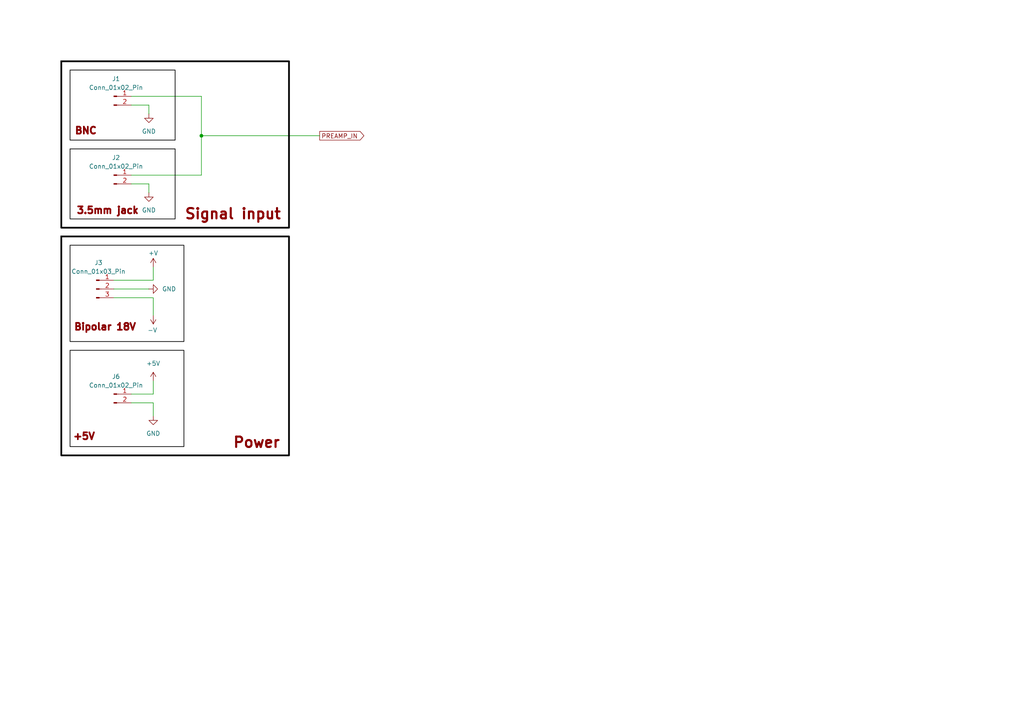
<source format=kicad_sch>
(kicad_sch (version 20231120) (generator "eeschema") (generator_version "8.0")
  (paper "A4")
  (title_block (title "Preamplifier gain"))
  (lib_symbols
    (symbol "Connector:Conn_01x02_Pin" (pin_names (offset 1.016) hide)
      (property "Reference" "J" (at 0 2.54 0))
      (property "Value" "Conn_01x02_Pin" (at 0 -5.08 0))
      (symbol "Conn_01x02_Pin_1_1"
        (polyline (pts (xy 1.27 -2.54) (xy 0.8636 -2.54)) (stroke (width 0.1524)))
        (polyline (pts (xy 1.27 0) (xy 0.8636 0)) (stroke (width 0.1524)))
        (rectangle (start 0.8636 -2.413) (end 0 -2.667) (stroke (width 0.1524)) (fill (type outline)))
        (rectangle (start 0.8636 0.127) (end 0 -0.127) (stroke (width 0.1524)) (fill (type outline)))
        (pin passive line (at 5.08 0 180) (length 3.81) (name "Pin_1") (number "1"))
        (pin passive line (at 5.08 -2.54 180) (length 3.81) (name "Pin_2") (number "2"))
      )
    )
    (symbol "Connector:Conn_01x03_Pin" (pin_names (offset 1.016) hide)
      (property "Reference" "J" (at 0 5.08 0))
      (property "Value" "Conn_01x03_Pin" (at 0 -5.08 0))
      (symbol "Conn_01x03_Pin_1_1"
        (polyline (pts (xy 1.27 -2.54) (xy 0.8636 -2.54)) (stroke (width 0.1524)))
        (polyline (pts (xy 1.27 0) (xy 0.8636 0)) (stroke (width 0.1524)))
        (polyline (pts (xy 1.27 2.54) (xy 0.8636 2.54)) (stroke (width 0.1524)))
        (rectangle (start 0.8636 -2.413) (end 0 -2.667) (stroke (width 0.1524)) (fill (type outline)))
        (rectangle (start 0.8636 0.127) (end 0 -0.127) (stroke (width 0.1524)) (fill (type outline)))
        (rectangle (start 0.8636 2.667) (end 0 2.413) (stroke (width 0.1524)) (fill (type outline)))
        (pin passive line (at 5.08 2.54 180) (length 3.81) (name "Pin_1") (number "1"))
        (pin passive line (at 5.08 0 180) (length 3.81) (name "Pin_2") (number "2"))
        (pin passive line (at 5.08 -2.54 180) (length 3.81) (name "Pin_3") (number "3"))
      )
    )
    (symbol "power:+5V" (power) (pin_numbers hide) (pin_names (offset 0) hide)
      (property "Value" "+5V" (at 0 3.556 0))
      (symbol "+5V_0_1"
        (polyline (pts (xy -0.762 1.27) (xy 0 2.54)))
        (polyline (pts (xy 0 0) (xy 0 2.54)))
        (polyline (pts (xy 0 2.54) (xy 0.762 1.27)))
      )
      (symbol "+5V_1_1"
        (pin power_in line (at 0 0 90) (length 0) (name "~") (number "1"))
      )
    )
    (symbol "power:GND" (power) (pin_numbers hide) (pin_names (offset 0) hide)
      (property "Value" "GND" (at 0 -3.81 0))
      (symbol "GND_0_1"
        (polyline (pts (xy 0 0) (xy 0 -1.27) (xy 1.27 -1.27) (xy 0 -2.54) (xy -1.27 -1.27) (xy 0 -1.27)))
      )
      (symbol "GND_1_1"
        (pin power_in line (at 0 0 270) (length 0) (name "~") (number "1"))
      )
    )
    (symbol "power:VDD" (power) (pin_numbers hide) (pin_names (offset 0) hide)
      (property "Value" "VDD" (at 0 3.556 0))
      (symbol "VDD_0_1"
        (polyline (pts (xy -0.762 1.27) (xy 0 2.54)))
        (polyline (pts (xy 0 0) (xy 0 2.54)))
        (polyline (pts (xy 0 2.54) (xy 0.762 1.27)))
      )
      (symbol "VDD_1_1"
        (pin power_in line (at 0 0 90) (length 0) (name "~") (number "1"))
      )
    )
  )
  (junction (at 58.42 39.37))
  (wire (pts (xy 43.18 30.48) (xy 43.18 33.02)))
  (wire (pts (xy 44.45 81.28) (xy 33.02 81.28)))
  (wire (pts (xy 58.42 39.37) (xy 92.71 39.37)))
  (wire (pts (xy 58.42 39.37) (xy 58.42 50.8)))
  (wire (pts (xy 43.18 53.34) (xy 43.18 55.88)))
  (wire (pts (xy 38.1 30.48) (xy 43.18 30.48)))
  (wire (pts (xy 44.45 110.49) (xy 44.45 114.3)))
  (wire (pts (xy 38.1 27.94) (xy 58.42 27.94)))
  (wire (pts (xy 44.45 116.84) (xy 44.45 120.65)))
  (wire (pts (xy 33.02 86.36) (xy 44.45 86.36)))
  (wire (pts (xy 44.45 114.3) (xy 38.1 114.3)))
  (wire (pts (xy 58.42 27.94) (xy 58.42 39.37)))
  (wire (pts (xy 38.1 50.8) (xy 58.42 50.8)))
  (wire (pts (xy 33.02 83.82) (xy 43.18 83.82)))
  (wire (pts (xy 38.1 53.34) (xy 43.18 53.34)))
  (wire (pts (xy 38.1 116.84) (xy 44.45 116.84)))
  (wire (pts (xy 44.45 86.36) (xy 44.45 91.44)))
  (wire (pts (xy 44.45 77.47) (xy 44.45 81.28)))
  (rectangle (start 20.32 101.6) (end 53.34 129.54) (stroke (width 0.2) (color 0 0 0 1)))
  (rectangle (start 20.32 20.32) (end 50.8 40.64) (stroke (width 0.2) (color 0 0 0 1)))
  (rectangle (start 17.78 17.78) (end 83.82 66.04) (stroke (width 0.5) (color 0 0 0 1)))
  (rectangle (start 20.32 43.18) (end 50.8 63.5) (stroke (width 0.2) (color 0 0 0 1)))
  (rectangle (start 20.32 71.12) (end 53.34 99.06) (stroke (width 0.2) (color 0 0 0 1)))
  (rectangle (start 17.78 68.58) (end 83.82 132.08) (stroke (width 0.5) (color 0 0 0 1)))
  (text "Signal input\n" (at 67.564 62.23 0) (effects (font (size 3 3) (thickness 0.6) (bold yes))))
  (text "3.5mm jack\n" (at 31.242 61.214 0) (effects (font (size 2 2) (thickness 0.6) (bold yes))))
  (text "BNC" (at 24.892 38.1 0) (effects (font (size 2 2) (thickness 0.6) (bold yes))))
  (text "+5V" (at 24.384 126.746 0) (effects (font (size 2 2) (thickness 0.6) (bold yes))))
  (text "Power\n" (at 74.422 128.524 0) (effects (font (size 3 3) (thickness 0.6) (bold yes))))
  (text "Bipolar 18V" (at 30.48 94.996 0) (effects (font (size 2 2) (thickness 0.6) (bold yes))))
  (global_label "PREAMP_IN" (shape output) (at 92.71 39.37 0) (property "Intersheetrefs" "${INTERSHEET_REFS}" (effects (hide yes))))
  (symbol (lib_id "power:VDD") (at 44.45 77.47 0) (unit 1)
    (property "Reference" "#PWR06" (effects (hide yes)))
    (property "Value" "+V" (at 44.45 73.406 0))
    (property "Description" "Power symbol creates a global label with name \"VDD\"" (effects (hide yes)))
  )
  (symbol (lib_id "Connector:Conn_01x02_Pin") (at 33.02 114.3 0) (unit 1)
    (property "Reference" "J6" (at 33.655 109.22 0))
    (property "Value" "Conn_01x02_Pin" (at 33.655 111.76 0))
    (property "Description" "Generic connector, single row, 01x02, script generated" (effects (hide yes)))
  )
  (symbol (lib_id "power:VDD") (at 44.45 91.44 180) (unit 1)
    (property "Reference" "#PWR07" (effects (hide yes)))
    (property "Value" "-V" (at 44.196 95.758 0))
    (property "Description" "Power symbol creates a global label with name \"VDD\"" (effects (hide yes)))
  )
  (symbol (lib_id "Connector:Conn_01x03_Pin") (at 27.94 83.82 0) (unit 1)
    (property "Reference" "J3" (at 28.575 76.2 0))
    (property "Value" "Conn_01x03_Pin" (at 28.575 78.74 0))
    (property "Description" "Generic connector, single row, 01x03, script generated" (effects (hide yes)))
  )
  (symbol (lib_id "power:GND") (at 43.18 55.88 0) (unit 1)
    (property "Reference" "#PWR04" (effects (hide yes)))
    (property "Value" "GND" (at 43.18 60.96 0))
    (property "Description" "Power symbol creates a global label with name \"GND\" , ground" (effects (hide yes)))
  )
  (symbol (lib_id "power:+5V") (at 44.45 110.49 0) (unit 1)
    (property "Reference" "#PWR010" (effects (hide yes)))
    (property "Value" "+5V" (at 44.45 105.41 0))
    (property "Description" "Power symbol creates a global label with name \"+5V\"" (effects (hide yes)))
  )
  (symbol (lib_id "power:GND") (at 43.18 33.02 0) (unit 1)
    (property "Reference" "#PWR03" (effects (hide yes)))
    (property "Value" "GND" (at 43.18 38.1 0))
    (property "Description" "Power symbol creates a global label with name \"GND\" , ground" (effects (hide yes)))
  )
  (symbol (lib_id "Connector:Conn_01x02_Pin") (at 33.02 50.8 0) (unit 1)
    (property "Reference" "J2" (at 33.655 45.72 0))
    (property "Value" "Conn_01x02_Pin" (at 33.655 48.26 0))
    (property "Description" "Generic connector, single row, 01x02, script generated" (effects (hide yes)))
  )
  (symbol (lib_id "Connector:Conn_01x02_Pin") (at 33.02 27.94 0) (unit 1)
    (property "Reference" "J1" (at 33.655 22.86 0))
    (property "Value" "Conn_01x02_Pin" (at 33.655 25.4 0))
    (property "Description" "Generic connector, single row, 01x02, script generated" (effects (hide yes)))
  )
  (symbol (lib_id "power:GND") (at 43.18 83.82 90) (unit 1)
    (property "Reference" "#PWR08" (effects (hide yes)))
    (property "Value" "GND" (at 46.99 83.8199 90) (effects (justify right)))
    (property "Description" "Power symbol creates a global label with name \"GND\" , ground" (effects (hide yes)))
  )
  (symbol (lib_id "power:GND") (at 44.45 120.65 0) (unit 1)
    (property "Reference" "#PWR09" (effects (hide yes)))
    (property "Value" "GND" (at 44.45 125.73 0))
    (property "Description" "Power symbol creates a global label with name \"GND\" , ground" (effects (hide yes)))
  )
)
</source>
